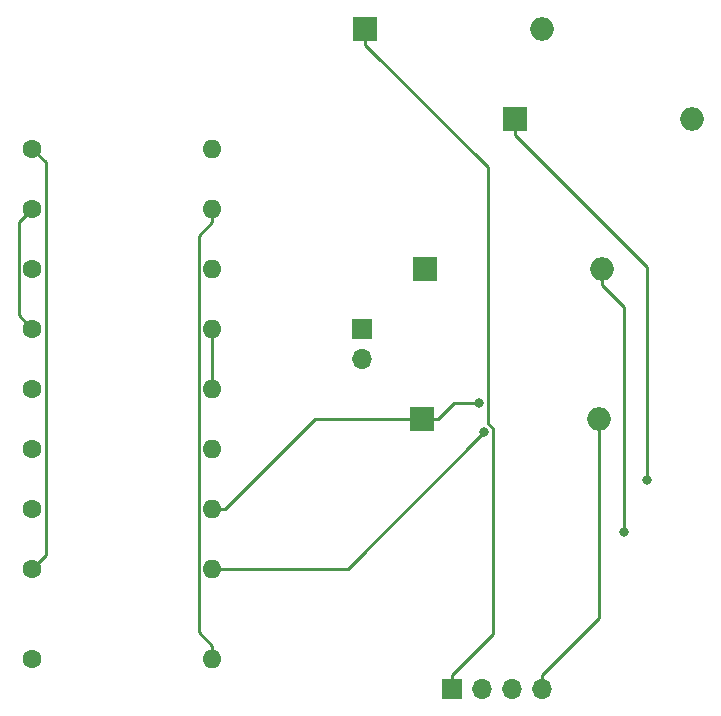
<source format=gbr>
%TF.GenerationSoftware,KiCad,Pcbnew,7.0.6*%
%TF.CreationDate,2023-07-25T19:52:03+05:30*%
%TF.ProjectId,class1_assignment,636c6173-7331-45f6-9173-7369676e6d65,rev?*%
%TF.SameCoordinates,Original*%
%TF.FileFunction,Copper,L2,Bot*%
%TF.FilePolarity,Positive*%
%FSLAX46Y46*%
G04 Gerber Fmt 4.6, Leading zero omitted, Abs format (unit mm)*
G04 Created by KiCad (PCBNEW 7.0.6) date 2023-07-25 19:52:03*
%MOMM*%
%LPD*%
G01*
G04 APERTURE LIST*
%TA.AperFunction,ComponentPad*%
%ADD10R,1.700000X1.700000*%
%TD*%
%TA.AperFunction,ComponentPad*%
%ADD11O,1.700000X1.700000*%
%TD*%
%TA.AperFunction,ComponentPad*%
%ADD12C,1.600000*%
%TD*%
%TA.AperFunction,ComponentPad*%
%ADD13O,1.600000X1.600000*%
%TD*%
%TA.AperFunction,ComponentPad*%
%ADD14R,2.000000X2.000000*%
%TD*%
%TA.AperFunction,ComponentPad*%
%ADD15O,2.000000X2.000000*%
%TD*%
%TA.AperFunction,ViaPad*%
%ADD16C,0.800000*%
%TD*%
%TA.AperFunction,Conductor*%
%ADD17C,0.250000*%
%TD*%
G04 APERTURE END LIST*
D10*
%TO.P,J2,1,Pin_1*%
%TO.N,Net-(J2-Pin_1)*%
X147320000Y-99060000D03*
D11*
%TO.P,J2,2,Pin_2*%
%TO.N,Net-(J2-Pin_2)*%
X147320000Y-101600000D03*
%TD*%
D12*
%TO.P,R9,1*%
%TO.N,Net-(U1D-+)*%
X119380000Y-127000000D03*
D13*
%TO.P,R9,2*%
%TO.N,Net-(J1-Pin_3)*%
X134620000Y-127000000D03*
%TD*%
D12*
%TO.P,R8,1*%
%TO.N,Net-(C1-Pad2)*%
X119380000Y-119380000D03*
D13*
%TO.P,R8,2*%
%TO.N,Net-(U1D-+)*%
X134620000Y-119380000D03*
%TD*%
D12*
%TO.P,R6,1*%
%TO.N,Net-(C3-Pad2)*%
X119380000Y-109220000D03*
D13*
%TO.P,R6,2*%
%TO.N,Net-(U1C-+)*%
X134620000Y-109220000D03*
%TD*%
D12*
%TO.P,R4,1*%
%TO.N,Net-(U1A-+)*%
X119380000Y-99060000D03*
D13*
%TO.P,R4,2*%
%TO.N,Net-(R4-Pad2)*%
X134620000Y-99060000D03*
%TD*%
D12*
%TO.P,R3,1*%
%TO.N,Net-(J1-Pin_3)*%
X119380000Y-93980000D03*
D13*
%TO.P,R3,2*%
%TO.N,Net-(U1B-+)*%
X134620000Y-93980000D03*
%TD*%
D12*
%TO.P,R5,1*%
%TO.N,Net-(U1C-+)*%
X119380000Y-104140000D03*
D13*
%TO.P,R5,2*%
%TO.N,Net-(R4-Pad2)*%
X134620000Y-104140000D03*
%TD*%
D12*
%TO.P,R7,1*%
%TO.N,Net-(U1D-+)*%
X119380000Y-114300000D03*
D13*
%TO.P,R7,2*%
%TO.N,Net-(C4-Pad1)*%
X134620000Y-114300000D03*
%TD*%
D12*
%TO.P,R2,1*%
%TO.N,Net-(U1A-+)*%
X119380000Y-88900000D03*
D13*
%TO.P,R2,2*%
%TO.N,Net-(J1-Pin_3)*%
X134620000Y-88900000D03*
%TD*%
D14*
%TO.P,C4,1*%
%TO.N,Net-(C4-Pad1)*%
X152400000Y-106680000D03*
D15*
%TO.P,C4,2*%
%TO.N,Net-(J1-Pin_4)*%
X167400000Y-106680000D03*
%TD*%
D14*
%TO.P,C1,1*%
%TO.N,Net-(J1-Pin_1)*%
X147560000Y-73660000D03*
D15*
%TO.P,C1,2*%
%TO.N,Net-(C1-Pad2)*%
X162560000Y-73660000D03*
%TD*%
D14*
%TO.P,C3,1*%
%TO.N,Net-(U1B-+)*%
X152640000Y-93980000D03*
D15*
%TO.P,C3,2*%
%TO.N,Net-(C3-Pad2)*%
X167640000Y-93980000D03*
%TD*%
D14*
%TO.P,C2,1*%
%TO.N,Net-(U1A-+)*%
X160260000Y-81280000D03*
D15*
%TO.P,C2,2*%
%TO.N,Net-(J1-Pin_3)*%
X175260000Y-81280000D03*
%TD*%
D10*
%TO.P,J1,1,Pin_1*%
%TO.N,Net-(J1-Pin_1)*%
X154940000Y-129540000D03*
D11*
%TO.P,J1,2,Pin_2*%
%TO.N,GND*%
X157480000Y-129540000D03*
%TO.P,J1,3,Pin_3*%
%TO.N,Net-(J1-Pin_3)*%
X160020000Y-129540000D03*
%TO.P,J1,4,Pin_4*%
%TO.N,Net-(J1-Pin_4)*%
X162560000Y-129540000D03*
%TD*%
D12*
%TO.P,R1,1*%
%TO.N,Net-(C1-Pad2)*%
X119380000Y-83820000D03*
D13*
%TO.P,R1,2*%
%TO.N,Net-(U1A-+)*%
X134620000Y-83820000D03*
%TD*%
D16*
%TO.N,Net-(U1D-+)*%
X157660900Y-107818200D03*
%TO.N,Net-(C4-Pad1)*%
X157212500Y-105292700D03*
%TO.N,Net-(C3-Pad2)*%
X169506500Y-116275400D03*
%TO.N,Net-(U1A-+)*%
X171477200Y-111819800D03*
%TD*%
D17*
%TO.N,Net-(U1D-+)*%
X146099100Y-119380000D02*
X157660900Y-107818200D01*
X134620000Y-119380000D02*
X146099100Y-119380000D01*
%TO.N,Net-(R4-Pad2)*%
X134620000Y-104140000D02*
X134620000Y-99060000D01*
%TO.N,Net-(J1-Pin_4)*%
X167400000Y-106680000D02*
X167400000Y-108006900D01*
X167400000Y-123523100D02*
X167400000Y-108006900D01*
X162560000Y-128363100D02*
X167400000Y-123523100D01*
X162560000Y-129540000D02*
X162560000Y-128363100D01*
%TO.N,Net-(C4-Pad1)*%
X134620000Y-114300000D02*
X135746900Y-114300000D01*
X143366900Y-106680000D02*
X152400000Y-106680000D01*
X135746900Y-114300000D02*
X143366900Y-106680000D01*
X155114200Y-105292700D02*
X157212500Y-105292700D01*
X153726900Y-106680000D02*
X155114200Y-105292700D01*
X152400000Y-106680000D02*
X153726900Y-106680000D01*
%TO.N,Net-(C3-Pad2)*%
X169506500Y-97173400D02*
X169506500Y-116275400D01*
X167640000Y-95306900D02*
X169506500Y-97173400D01*
X167640000Y-93980000D02*
X167640000Y-95306900D01*
%TO.N,Net-(J1-Pin_3)*%
X133493100Y-91153800D02*
X134620000Y-90026900D01*
X133493100Y-124746200D02*
X133493100Y-91153800D01*
X134620000Y-125873100D02*
X133493100Y-124746200D01*
X134620000Y-127000000D02*
X134620000Y-125873100D01*
X134620000Y-88900000D02*
X134620000Y-90026900D01*
%TO.N,Net-(U1A-+)*%
X160260000Y-81280000D02*
X160260000Y-82606900D01*
X118242900Y-97922900D02*
X119380000Y-99060000D01*
X118242900Y-90037100D02*
X118242900Y-97922900D01*
X119380000Y-88900000D02*
X118242900Y-90037100D01*
X171477200Y-93824100D02*
X171477200Y-111819800D01*
X160260000Y-82606900D02*
X171477200Y-93824100D01*
%TO.N,Net-(C1-Pad2)*%
X120526300Y-118233700D02*
X119380000Y-119380000D01*
X120526300Y-84966300D02*
X120526300Y-118233700D01*
X119380000Y-83820000D02*
X120526300Y-84966300D01*
%TO.N,Net-(J1-Pin_1)*%
X154940000Y-129540000D02*
X154940000Y-128363100D01*
X147560000Y-73660000D02*
X147560000Y-74986900D01*
X157939400Y-85366300D02*
X147560000Y-74986900D01*
X157939400Y-107068800D02*
X157939400Y-85366300D01*
X157939500Y-107068800D02*
X157939400Y-107068800D01*
X158387800Y-107517100D02*
X157939500Y-107068800D01*
X158387800Y-124915300D02*
X158387800Y-107517100D01*
X154940000Y-128363100D02*
X158387800Y-124915300D01*
%TD*%
M02*

</source>
